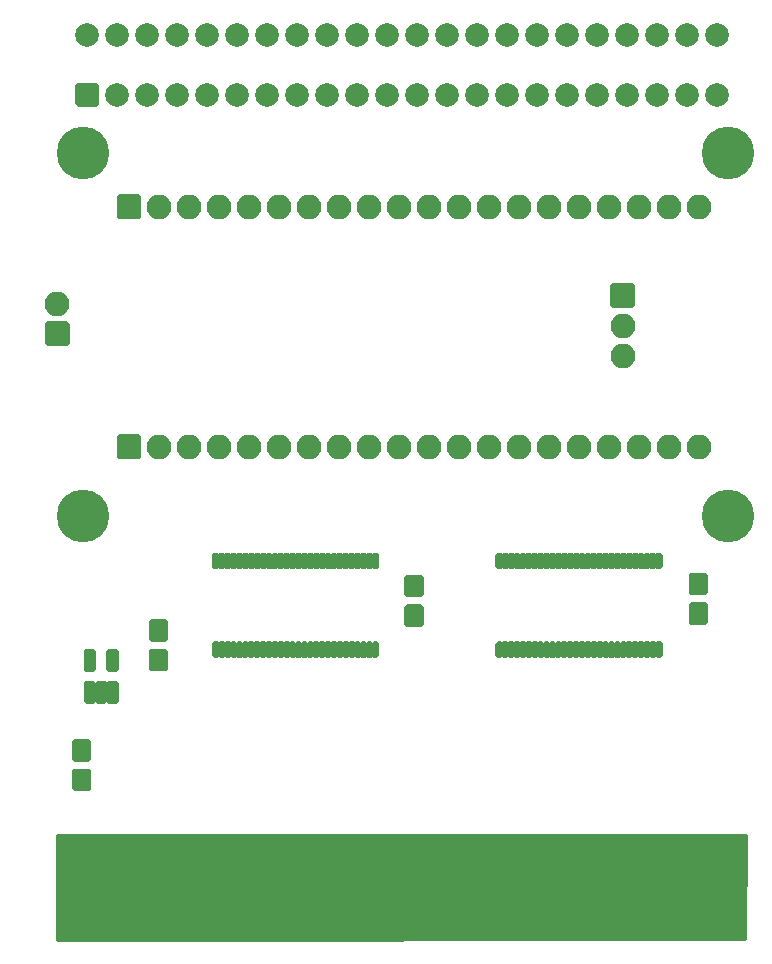
<source format=gbr>
%TF.GenerationSoftware,KiCad,Pcbnew,(5.1.9)-1*%
%TF.CreationDate,2024-11-26T15:48:13-08:00*%
%TF.ProjectId,RADA3K,52414441-334b-42e6-9b69-6361645f7063,rev?*%
%TF.SameCoordinates,Original*%
%TF.FileFunction,Soldermask,Top*%
%TF.FilePolarity,Negative*%
%FSLAX46Y46*%
G04 Gerber Fmt 4.6, Leading zero omitted, Abs format (unit mm)*
G04 Created by KiCad (PCBNEW (5.1.9)-1) date 2024-11-26 15:48:13*
%MOMM*%
%LPD*%
G01*
G04 APERTURE LIST*
%ADD10C,4.464000*%
%ADD11O,2.100000X2.100000*%
%ADD12C,2.000000*%
%ADD13C,0.254000*%
%ADD14C,0.100000*%
G04 APERTURE END LIST*
D10*
%TO.C,GND*%
X59944000Y-136652000D03*
%TD*%
%TO.C,GND*%
X59944000Y-105918000D03*
%TD*%
%TO.C,GND*%
X114554000Y-136652000D03*
%TD*%
%TO.C,J4*%
G36*
G01*
X58847700Y-120333400D02*
X58847700Y-122033400D01*
G75*
G02*
X58647700Y-122233400I-200000J0D01*
G01*
X56947700Y-122233400D01*
G75*
G02*
X56747700Y-122033400I0J200000D01*
G01*
X56747700Y-120333400D01*
G75*
G02*
X56947700Y-120133400I200000J0D01*
G01*
X58647700Y-120133400D01*
G75*
G02*
X58847700Y-120333400I0J-200000D01*
G01*
G37*
D11*
X57797700Y-118643400D03*
%TD*%
%TO.C,C2*%
G36*
G01*
X65732500Y-145374000D02*
X66982500Y-145374000D01*
G75*
G02*
X67182500Y-145574000I0J-200000D01*
G01*
X67182500Y-147074000D01*
G75*
G02*
X66982500Y-147274000I-200000J0D01*
G01*
X65732500Y-147274000D01*
G75*
G02*
X65532500Y-147074000I0J200000D01*
G01*
X65532500Y-145574000D01*
G75*
G02*
X65732500Y-145374000I200000J0D01*
G01*
G37*
G36*
G01*
X65732500Y-147874000D02*
X66982500Y-147874000D01*
G75*
G02*
X67182500Y-148074000I0J-200000D01*
G01*
X67182500Y-149574000D01*
G75*
G02*
X66982500Y-149774000I-200000J0D01*
G01*
X65732500Y-149774000D01*
G75*
G02*
X65532500Y-149574000I0J200000D01*
G01*
X65532500Y-148074000D01*
G75*
G02*
X65732500Y-147874000I200000J0D01*
G01*
G37*
%TD*%
%TO.C,C1*%
G36*
G01*
X60492800Y-159908600D02*
X59242800Y-159908600D01*
G75*
G02*
X59042800Y-159708600I0J200000D01*
G01*
X59042800Y-158208600D01*
G75*
G02*
X59242800Y-158008600I200000J0D01*
G01*
X60492800Y-158008600D01*
G75*
G02*
X60692800Y-158208600I0J-200000D01*
G01*
X60692800Y-159708600D01*
G75*
G02*
X60492800Y-159908600I-200000J0D01*
G01*
G37*
G36*
G01*
X60492800Y-157408600D02*
X59242800Y-157408600D01*
G75*
G02*
X59042800Y-157208600I0J200000D01*
G01*
X59042800Y-155708600D01*
G75*
G02*
X59242800Y-155508600I200000J0D01*
G01*
X60492800Y-155508600D01*
G75*
G02*
X60692800Y-155708600I0J-200000D01*
G01*
X60692800Y-157208600D01*
G75*
G02*
X60492800Y-157408600I-200000J0D01*
G01*
G37*
%TD*%
%TO.C,J1*%
G36*
G01*
X104614000Y-118833000D02*
X104614000Y-117133000D01*
G75*
G02*
X104814000Y-116933000I200000J0D01*
G01*
X106514000Y-116933000D01*
G75*
G02*
X106714000Y-117133000I0J-200000D01*
G01*
X106714000Y-118833000D01*
G75*
G02*
X106514000Y-119033000I-200000J0D01*
G01*
X104814000Y-119033000D01*
G75*
G02*
X104614000Y-118833000I0J200000D01*
G01*
G37*
X105664000Y-120523000D03*
X105664000Y-123063000D03*
%TD*%
%TO.C,J3*%
X112141000Y-110439200D03*
X109601000Y-110439200D03*
X107061000Y-110439200D03*
X104521000Y-110439200D03*
X101981000Y-110439200D03*
X99441000Y-110439200D03*
X96901000Y-110439200D03*
X94361000Y-110439200D03*
X91821000Y-110439200D03*
X89281000Y-110439200D03*
X86741000Y-110439200D03*
X84201000Y-110439200D03*
X81661000Y-110439200D03*
X79121000Y-110439200D03*
X76581000Y-110439200D03*
X74041000Y-110439200D03*
X71501000Y-110439200D03*
X68961000Y-110439200D03*
X66421000Y-110439200D03*
G36*
G01*
X64731000Y-111489200D02*
X63031000Y-111489200D01*
G75*
G02*
X62831000Y-111289200I0J200000D01*
G01*
X62831000Y-109589200D01*
G75*
G02*
X63031000Y-109389200I200000J0D01*
G01*
X64731000Y-109389200D01*
G75*
G02*
X64931000Y-109589200I0J-200000D01*
G01*
X64931000Y-111289200D01*
G75*
G02*
X64731000Y-111489200I-200000J0D01*
G01*
G37*
%TD*%
%TO.C,J2*%
X112141000Y-130759200D03*
X109601000Y-130759200D03*
X107061000Y-130759200D03*
X104521000Y-130759200D03*
X101981000Y-130759200D03*
X99441000Y-130759200D03*
X96901000Y-130759200D03*
X94361000Y-130759200D03*
X91821000Y-130759200D03*
X89281000Y-130759200D03*
X86741000Y-130759200D03*
X84201000Y-130759200D03*
X81661000Y-130759200D03*
X79121000Y-130759200D03*
X76581000Y-130759200D03*
X74041000Y-130759200D03*
X71501000Y-130759200D03*
X68961000Y-130759200D03*
X66421000Y-130759200D03*
G36*
G01*
X64731000Y-131809200D02*
X63031000Y-131809200D01*
G75*
G02*
X62831000Y-131609200I0J200000D01*
G01*
X62831000Y-129909200D01*
G75*
G02*
X63031000Y-129709200I200000J0D01*
G01*
X64731000Y-129709200D01*
G75*
G02*
X64931000Y-129909200I0J-200000D01*
G01*
X64931000Y-131609200D01*
G75*
G02*
X64731000Y-131809200I-200000J0D01*
G01*
G37*
%TD*%
D12*
%TO.C,J5*%
X113690400Y-95872300D03*
X111150400Y-95872300D03*
X108610400Y-95872300D03*
X106070400Y-95872300D03*
X103530400Y-95872300D03*
X100990400Y-95872300D03*
X98450400Y-95872300D03*
X95910400Y-95872300D03*
X93370400Y-95872300D03*
X90830400Y-95872300D03*
X88290400Y-95872300D03*
X85750400Y-95872300D03*
X83210400Y-95872300D03*
X80670400Y-95872300D03*
X78130400Y-95872300D03*
X75590400Y-95872300D03*
X73050400Y-95872300D03*
X70510400Y-95872300D03*
X67970400Y-95872300D03*
X65430400Y-95872300D03*
X62890400Y-95872300D03*
X60350400Y-95872300D03*
X113690400Y-100952300D03*
X111150400Y-100952300D03*
X108610400Y-100952300D03*
X106070400Y-100952300D03*
X103530400Y-100952300D03*
X100990400Y-100952300D03*
X98450400Y-100952300D03*
X95910400Y-100952300D03*
X93370400Y-100952300D03*
X90830400Y-100952300D03*
X88290400Y-100952300D03*
X85750400Y-100952300D03*
X83210400Y-100952300D03*
X80670400Y-100952300D03*
X78130400Y-100952300D03*
X75590400Y-100952300D03*
X73050400Y-100952300D03*
X70510400Y-100952300D03*
X67970400Y-100952300D03*
X65430400Y-100952300D03*
G36*
G01*
X59350400Y-101752300D02*
X59350400Y-100152300D01*
G75*
G02*
X59550400Y-99952300I200000J0D01*
G01*
X61150400Y-99952300D01*
G75*
G02*
X61350400Y-100152300I0J-200000D01*
G01*
X61350400Y-101752300D01*
G75*
G02*
X61150400Y-101952300I-200000J0D01*
G01*
X59550400Y-101952300D01*
G75*
G02*
X59350400Y-101752300I0J200000D01*
G01*
G37*
X62890400Y-100952300D03*
%TD*%
%TO.C,C4*%
G36*
G01*
X112702500Y-145837000D02*
X111452500Y-145837000D01*
G75*
G02*
X111252500Y-145637000I0J200000D01*
G01*
X111252500Y-144137000D01*
G75*
G02*
X111452500Y-143937000I200000J0D01*
G01*
X112702500Y-143937000D01*
G75*
G02*
X112902500Y-144137000I0J-200000D01*
G01*
X112902500Y-145637000D01*
G75*
G02*
X112702500Y-145837000I-200000J0D01*
G01*
G37*
G36*
G01*
X112702500Y-143337000D02*
X111452500Y-143337000D01*
G75*
G02*
X111252500Y-143137000I0J200000D01*
G01*
X111252500Y-141637000D01*
G75*
G02*
X111452500Y-141437000I200000J0D01*
G01*
X112702500Y-141437000D01*
G75*
G02*
X112902500Y-141637000I0J-200000D01*
G01*
X112902500Y-143137000D01*
G75*
G02*
X112702500Y-143337000I-200000J0D01*
G01*
G37*
%TD*%
%TO.C,C3*%
G36*
G01*
X88636000Y-146002100D02*
X87386000Y-146002100D01*
G75*
G02*
X87186000Y-145802100I0J200000D01*
G01*
X87186000Y-144302100D01*
G75*
G02*
X87386000Y-144102100I200000J0D01*
G01*
X88636000Y-144102100D01*
G75*
G02*
X88836000Y-144302100I0J-200000D01*
G01*
X88836000Y-145802100D01*
G75*
G02*
X88636000Y-146002100I-200000J0D01*
G01*
G37*
G36*
G01*
X88636000Y-143502100D02*
X87386000Y-143502100D01*
G75*
G02*
X87186000Y-143302100I0J200000D01*
G01*
X87186000Y-141802100D01*
G75*
G02*
X87386000Y-141602100I200000J0D01*
G01*
X88636000Y-141602100D01*
G75*
G02*
X88836000Y-141802100I0J-200000D01*
G01*
X88836000Y-143302100D01*
G75*
G02*
X88636000Y-143502100I-200000J0D01*
G01*
G37*
%TD*%
D10*
%TO.C,GND*%
X114554000Y-105918000D03*
%TD*%
%TO.C,U1*%
G36*
G01*
X60893800Y-152532900D02*
X60243800Y-152532900D01*
G75*
G02*
X60043800Y-152332900I0J200000D01*
G01*
X60043800Y-150772900D01*
G75*
G02*
X60243800Y-150572900I200000J0D01*
G01*
X60893800Y-150572900D01*
G75*
G02*
X61093800Y-150772900I0J-200000D01*
G01*
X61093800Y-152332900D01*
G75*
G02*
X60893800Y-152532900I-200000J0D01*
G01*
G37*
G36*
G01*
X61843800Y-152532900D02*
X61193800Y-152532900D01*
G75*
G02*
X60993800Y-152332900I0J200000D01*
G01*
X60993800Y-150772900D01*
G75*
G02*
X61193800Y-150572900I200000J0D01*
G01*
X61843800Y-150572900D01*
G75*
G02*
X62043800Y-150772900I0J-200000D01*
G01*
X62043800Y-152332900D01*
G75*
G02*
X61843800Y-152532900I-200000J0D01*
G01*
G37*
G36*
G01*
X62793800Y-152532900D02*
X62143800Y-152532900D01*
G75*
G02*
X61943800Y-152332900I0J200000D01*
G01*
X61943800Y-150772900D01*
G75*
G02*
X62143800Y-150572900I200000J0D01*
G01*
X62793800Y-150572900D01*
G75*
G02*
X62993800Y-150772900I0J-200000D01*
G01*
X62993800Y-152332900D01*
G75*
G02*
X62793800Y-152532900I-200000J0D01*
G01*
G37*
G36*
G01*
X62793800Y-149832900D02*
X62143800Y-149832900D01*
G75*
G02*
X61943800Y-149632900I0J200000D01*
G01*
X61943800Y-148072900D01*
G75*
G02*
X62143800Y-147872900I200000J0D01*
G01*
X62793800Y-147872900D01*
G75*
G02*
X62993800Y-148072900I0J-200000D01*
G01*
X62993800Y-149632900D01*
G75*
G02*
X62793800Y-149832900I-200000J0D01*
G01*
G37*
G36*
G01*
X60893800Y-149832900D02*
X60243800Y-149832900D01*
G75*
G02*
X60043800Y-149632900I0J200000D01*
G01*
X60043800Y-148072900D01*
G75*
G02*
X60243800Y-147872900I200000J0D01*
G01*
X60893800Y-147872900D01*
G75*
G02*
X61093800Y-148072900I0J-200000D01*
G01*
X61093800Y-149632900D01*
G75*
G02*
X60893800Y-149832900I-200000J0D01*
G01*
G37*
%TD*%
%TO.C,U2*%
G36*
G01*
X71378901Y-141133100D02*
X71093899Y-141133100D01*
G75*
G02*
X70893900Y-140933101I0J199999D01*
G01*
X70893900Y-139933099D01*
G75*
G02*
X71093899Y-139733100I199999J0D01*
G01*
X71378901Y-139733100D01*
G75*
G02*
X71578900Y-139933099I0J-199999D01*
G01*
X71578900Y-140933101D01*
G75*
G02*
X71378901Y-141133100I-199999J0D01*
G01*
G37*
G36*
G01*
X71878901Y-141133100D02*
X71593899Y-141133100D01*
G75*
G02*
X71393900Y-140933101I0J199999D01*
G01*
X71393900Y-139933099D01*
G75*
G02*
X71593899Y-139733100I199999J0D01*
G01*
X71878901Y-139733100D01*
G75*
G02*
X72078900Y-139933099I0J-199999D01*
G01*
X72078900Y-140933101D01*
G75*
G02*
X71878901Y-141133100I-199999J0D01*
G01*
G37*
G36*
G01*
X72378901Y-141133100D02*
X72093899Y-141133100D01*
G75*
G02*
X71893900Y-140933101I0J199999D01*
G01*
X71893900Y-139933099D01*
G75*
G02*
X72093899Y-139733100I199999J0D01*
G01*
X72378901Y-139733100D01*
G75*
G02*
X72578900Y-139933099I0J-199999D01*
G01*
X72578900Y-140933101D01*
G75*
G02*
X72378901Y-141133100I-199999J0D01*
G01*
G37*
G36*
G01*
X72878901Y-141133100D02*
X72593899Y-141133100D01*
G75*
G02*
X72393900Y-140933101I0J199999D01*
G01*
X72393900Y-139933099D01*
G75*
G02*
X72593899Y-139733100I199999J0D01*
G01*
X72878901Y-139733100D01*
G75*
G02*
X73078900Y-139933099I0J-199999D01*
G01*
X73078900Y-140933101D01*
G75*
G02*
X72878901Y-141133100I-199999J0D01*
G01*
G37*
G36*
G01*
X73378901Y-141133100D02*
X73093899Y-141133100D01*
G75*
G02*
X72893900Y-140933101I0J199999D01*
G01*
X72893900Y-139933099D01*
G75*
G02*
X73093899Y-139733100I199999J0D01*
G01*
X73378901Y-139733100D01*
G75*
G02*
X73578900Y-139933099I0J-199999D01*
G01*
X73578900Y-140933101D01*
G75*
G02*
X73378901Y-141133100I-199999J0D01*
G01*
G37*
G36*
G01*
X73878901Y-141133100D02*
X73593899Y-141133100D01*
G75*
G02*
X73393900Y-140933101I0J199999D01*
G01*
X73393900Y-139933099D01*
G75*
G02*
X73593899Y-139733100I199999J0D01*
G01*
X73878901Y-139733100D01*
G75*
G02*
X74078900Y-139933099I0J-199999D01*
G01*
X74078900Y-140933101D01*
G75*
G02*
X73878901Y-141133100I-199999J0D01*
G01*
G37*
G36*
G01*
X74378901Y-141133100D02*
X74093899Y-141133100D01*
G75*
G02*
X73893900Y-140933101I0J199999D01*
G01*
X73893900Y-139933099D01*
G75*
G02*
X74093899Y-139733100I199999J0D01*
G01*
X74378901Y-139733100D01*
G75*
G02*
X74578900Y-139933099I0J-199999D01*
G01*
X74578900Y-140933101D01*
G75*
G02*
X74378901Y-141133100I-199999J0D01*
G01*
G37*
G36*
G01*
X74878901Y-141133100D02*
X74593899Y-141133100D01*
G75*
G02*
X74393900Y-140933101I0J199999D01*
G01*
X74393900Y-139933099D01*
G75*
G02*
X74593899Y-139733100I199999J0D01*
G01*
X74878901Y-139733100D01*
G75*
G02*
X75078900Y-139933099I0J-199999D01*
G01*
X75078900Y-140933101D01*
G75*
G02*
X74878901Y-141133100I-199999J0D01*
G01*
G37*
G36*
G01*
X75378901Y-141133100D02*
X75093899Y-141133100D01*
G75*
G02*
X74893900Y-140933101I0J199999D01*
G01*
X74893900Y-139933099D01*
G75*
G02*
X75093899Y-139733100I199999J0D01*
G01*
X75378901Y-139733100D01*
G75*
G02*
X75578900Y-139933099I0J-199999D01*
G01*
X75578900Y-140933101D01*
G75*
G02*
X75378901Y-141133100I-199999J0D01*
G01*
G37*
G36*
G01*
X75878901Y-141133100D02*
X75593899Y-141133100D01*
G75*
G02*
X75393900Y-140933101I0J199999D01*
G01*
X75393900Y-139933099D01*
G75*
G02*
X75593899Y-139733100I199999J0D01*
G01*
X75878901Y-139733100D01*
G75*
G02*
X76078900Y-139933099I0J-199999D01*
G01*
X76078900Y-140933101D01*
G75*
G02*
X75878901Y-141133100I-199999J0D01*
G01*
G37*
G36*
G01*
X76378901Y-141133100D02*
X76093899Y-141133100D01*
G75*
G02*
X75893900Y-140933101I0J199999D01*
G01*
X75893900Y-139933099D01*
G75*
G02*
X76093899Y-139733100I199999J0D01*
G01*
X76378901Y-139733100D01*
G75*
G02*
X76578900Y-139933099I0J-199999D01*
G01*
X76578900Y-140933101D01*
G75*
G02*
X76378901Y-141133100I-199999J0D01*
G01*
G37*
G36*
G01*
X76878901Y-141133100D02*
X76593899Y-141133100D01*
G75*
G02*
X76393900Y-140933101I0J199999D01*
G01*
X76393900Y-139933099D01*
G75*
G02*
X76593899Y-139733100I199999J0D01*
G01*
X76878901Y-139733100D01*
G75*
G02*
X77078900Y-139933099I0J-199999D01*
G01*
X77078900Y-140933101D01*
G75*
G02*
X76878901Y-141133100I-199999J0D01*
G01*
G37*
G36*
G01*
X77378901Y-141133100D02*
X77093899Y-141133100D01*
G75*
G02*
X76893900Y-140933101I0J199999D01*
G01*
X76893900Y-139933099D01*
G75*
G02*
X77093899Y-139733100I199999J0D01*
G01*
X77378901Y-139733100D01*
G75*
G02*
X77578900Y-139933099I0J-199999D01*
G01*
X77578900Y-140933101D01*
G75*
G02*
X77378901Y-141133100I-199999J0D01*
G01*
G37*
G36*
G01*
X77878901Y-141133100D02*
X77593899Y-141133100D01*
G75*
G02*
X77393900Y-140933101I0J199999D01*
G01*
X77393900Y-139933099D01*
G75*
G02*
X77593899Y-139733100I199999J0D01*
G01*
X77878901Y-139733100D01*
G75*
G02*
X78078900Y-139933099I0J-199999D01*
G01*
X78078900Y-140933101D01*
G75*
G02*
X77878901Y-141133100I-199999J0D01*
G01*
G37*
G36*
G01*
X78378901Y-141133100D02*
X78093899Y-141133100D01*
G75*
G02*
X77893900Y-140933101I0J199999D01*
G01*
X77893900Y-139933099D01*
G75*
G02*
X78093899Y-139733100I199999J0D01*
G01*
X78378901Y-139733100D01*
G75*
G02*
X78578900Y-139933099I0J-199999D01*
G01*
X78578900Y-140933101D01*
G75*
G02*
X78378901Y-141133100I-199999J0D01*
G01*
G37*
G36*
G01*
X78878901Y-141133100D02*
X78593899Y-141133100D01*
G75*
G02*
X78393900Y-140933101I0J199999D01*
G01*
X78393900Y-139933099D01*
G75*
G02*
X78593899Y-139733100I199999J0D01*
G01*
X78878901Y-139733100D01*
G75*
G02*
X79078900Y-139933099I0J-199999D01*
G01*
X79078900Y-140933101D01*
G75*
G02*
X78878901Y-141133100I-199999J0D01*
G01*
G37*
G36*
G01*
X79378901Y-141133100D02*
X79093899Y-141133100D01*
G75*
G02*
X78893900Y-140933101I0J199999D01*
G01*
X78893900Y-139933099D01*
G75*
G02*
X79093899Y-139733100I199999J0D01*
G01*
X79378901Y-139733100D01*
G75*
G02*
X79578900Y-139933099I0J-199999D01*
G01*
X79578900Y-140933101D01*
G75*
G02*
X79378901Y-141133100I-199999J0D01*
G01*
G37*
G36*
G01*
X79878901Y-141133100D02*
X79593899Y-141133100D01*
G75*
G02*
X79393900Y-140933101I0J199999D01*
G01*
X79393900Y-139933099D01*
G75*
G02*
X79593899Y-139733100I199999J0D01*
G01*
X79878901Y-139733100D01*
G75*
G02*
X80078900Y-139933099I0J-199999D01*
G01*
X80078900Y-140933101D01*
G75*
G02*
X79878901Y-141133100I-199999J0D01*
G01*
G37*
G36*
G01*
X80378901Y-141133100D02*
X80093899Y-141133100D01*
G75*
G02*
X79893900Y-140933101I0J199999D01*
G01*
X79893900Y-139933099D01*
G75*
G02*
X80093899Y-139733100I199999J0D01*
G01*
X80378901Y-139733100D01*
G75*
G02*
X80578900Y-139933099I0J-199999D01*
G01*
X80578900Y-140933101D01*
G75*
G02*
X80378901Y-141133100I-199999J0D01*
G01*
G37*
G36*
G01*
X80878901Y-141133100D02*
X80593899Y-141133100D01*
G75*
G02*
X80393900Y-140933101I0J199999D01*
G01*
X80393900Y-139933099D01*
G75*
G02*
X80593899Y-139733100I199999J0D01*
G01*
X80878901Y-139733100D01*
G75*
G02*
X81078900Y-139933099I0J-199999D01*
G01*
X81078900Y-140933101D01*
G75*
G02*
X80878901Y-141133100I-199999J0D01*
G01*
G37*
G36*
G01*
X81378901Y-141133100D02*
X81093899Y-141133100D01*
G75*
G02*
X80893900Y-140933101I0J199999D01*
G01*
X80893900Y-139933099D01*
G75*
G02*
X81093899Y-139733100I199999J0D01*
G01*
X81378901Y-139733100D01*
G75*
G02*
X81578900Y-139933099I0J-199999D01*
G01*
X81578900Y-140933101D01*
G75*
G02*
X81378901Y-141133100I-199999J0D01*
G01*
G37*
G36*
G01*
X81878901Y-141133100D02*
X81593899Y-141133100D01*
G75*
G02*
X81393900Y-140933101I0J199999D01*
G01*
X81393900Y-139933099D01*
G75*
G02*
X81593899Y-139733100I199999J0D01*
G01*
X81878901Y-139733100D01*
G75*
G02*
X82078900Y-139933099I0J-199999D01*
G01*
X82078900Y-140933101D01*
G75*
G02*
X81878901Y-141133100I-199999J0D01*
G01*
G37*
G36*
G01*
X82378901Y-141133100D02*
X82093899Y-141133100D01*
G75*
G02*
X81893900Y-140933101I0J199999D01*
G01*
X81893900Y-139933099D01*
G75*
G02*
X82093899Y-139733100I199999J0D01*
G01*
X82378901Y-139733100D01*
G75*
G02*
X82578900Y-139933099I0J-199999D01*
G01*
X82578900Y-140933101D01*
G75*
G02*
X82378901Y-141133100I-199999J0D01*
G01*
G37*
G36*
G01*
X82878901Y-141133100D02*
X82593899Y-141133100D01*
G75*
G02*
X82393900Y-140933101I0J199999D01*
G01*
X82393900Y-139933099D01*
G75*
G02*
X82593899Y-139733100I199999J0D01*
G01*
X82878901Y-139733100D01*
G75*
G02*
X83078900Y-139933099I0J-199999D01*
G01*
X83078900Y-140933101D01*
G75*
G02*
X82878901Y-141133100I-199999J0D01*
G01*
G37*
G36*
G01*
X83378901Y-141133100D02*
X83093899Y-141133100D01*
G75*
G02*
X82893900Y-140933101I0J199999D01*
G01*
X82893900Y-139933099D01*
G75*
G02*
X83093899Y-139733100I199999J0D01*
G01*
X83378901Y-139733100D01*
G75*
G02*
X83578900Y-139933099I0J-199999D01*
G01*
X83578900Y-140933101D01*
G75*
G02*
X83378901Y-141133100I-199999J0D01*
G01*
G37*
G36*
G01*
X83878901Y-141133100D02*
X83593899Y-141133100D01*
G75*
G02*
X83393900Y-140933101I0J199999D01*
G01*
X83393900Y-139933099D01*
G75*
G02*
X83593899Y-139733100I199999J0D01*
G01*
X83878901Y-139733100D01*
G75*
G02*
X84078900Y-139933099I0J-199999D01*
G01*
X84078900Y-140933101D01*
G75*
G02*
X83878901Y-141133100I-199999J0D01*
G01*
G37*
G36*
G01*
X84378901Y-141133100D02*
X84093899Y-141133100D01*
G75*
G02*
X83893900Y-140933101I0J199999D01*
G01*
X83893900Y-139933099D01*
G75*
G02*
X84093899Y-139733100I199999J0D01*
G01*
X84378901Y-139733100D01*
G75*
G02*
X84578900Y-139933099I0J-199999D01*
G01*
X84578900Y-140933101D01*
G75*
G02*
X84378901Y-141133100I-199999J0D01*
G01*
G37*
G36*
G01*
X84878901Y-141133100D02*
X84593899Y-141133100D01*
G75*
G02*
X84393900Y-140933101I0J199999D01*
G01*
X84393900Y-139933099D01*
G75*
G02*
X84593899Y-139733100I199999J0D01*
G01*
X84878901Y-139733100D01*
G75*
G02*
X85078900Y-139933099I0J-199999D01*
G01*
X85078900Y-140933101D01*
G75*
G02*
X84878901Y-141133100I-199999J0D01*
G01*
G37*
G36*
G01*
X84878901Y-148633100D02*
X84593899Y-148633100D01*
G75*
G02*
X84393900Y-148433101I0J199999D01*
G01*
X84393900Y-147433099D01*
G75*
G02*
X84593899Y-147233100I199999J0D01*
G01*
X84878901Y-147233100D01*
G75*
G02*
X85078900Y-147433099I0J-199999D01*
G01*
X85078900Y-148433101D01*
G75*
G02*
X84878901Y-148633100I-199999J0D01*
G01*
G37*
G36*
G01*
X84378901Y-148633100D02*
X84093899Y-148633100D01*
G75*
G02*
X83893900Y-148433101I0J199999D01*
G01*
X83893900Y-147433099D01*
G75*
G02*
X84093899Y-147233100I199999J0D01*
G01*
X84378901Y-147233100D01*
G75*
G02*
X84578900Y-147433099I0J-199999D01*
G01*
X84578900Y-148433101D01*
G75*
G02*
X84378901Y-148633100I-199999J0D01*
G01*
G37*
G36*
G01*
X83878901Y-148633100D02*
X83593899Y-148633100D01*
G75*
G02*
X83393900Y-148433101I0J199999D01*
G01*
X83393900Y-147433099D01*
G75*
G02*
X83593899Y-147233100I199999J0D01*
G01*
X83878901Y-147233100D01*
G75*
G02*
X84078900Y-147433099I0J-199999D01*
G01*
X84078900Y-148433101D01*
G75*
G02*
X83878901Y-148633100I-199999J0D01*
G01*
G37*
G36*
G01*
X83378901Y-148633100D02*
X83093899Y-148633100D01*
G75*
G02*
X82893900Y-148433101I0J199999D01*
G01*
X82893900Y-147433099D01*
G75*
G02*
X83093899Y-147233100I199999J0D01*
G01*
X83378901Y-147233100D01*
G75*
G02*
X83578900Y-147433099I0J-199999D01*
G01*
X83578900Y-148433101D01*
G75*
G02*
X83378901Y-148633100I-199999J0D01*
G01*
G37*
G36*
G01*
X82878901Y-148633100D02*
X82593899Y-148633100D01*
G75*
G02*
X82393900Y-148433101I0J199999D01*
G01*
X82393900Y-147433099D01*
G75*
G02*
X82593899Y-147233100I199999J0D01*
G01*
X82878901Y-147233100D01*
G75*
G02*
X83078900Y-147433099I0J-199999D01*
G01*
X83078900Y-148433101D01*
G75*
G02*
X82878901Y-148633100I-199999J0D01*
G01*
G37*
G36*
G01*
X82378901Y-148633100D02*
X82093899Y-148633100D01*
G75*
G02*
X81893900Y-148433101I0J199999D01*
G01*
X81893900Y-147433099D01*
G75*
G02*
X82093899Y-147233100I199999J0D01*
G01*
X82378901Y-147233100D01*
G75*
G02*
X82578900Y-147433099I0J-199999D01*
G01*
X82578900Y-148433101D01*
G75*
G02*
X82378901Y-148633100I-199999J0D01*
G01*
G37*
G36*
G01*
X81878901Y-148633100D02*
X81593899Y-148633100D01*
G75*
G02*
X81393900Y-148433101I0J199999D01*
G01*
X81393900Y-147433099D01*
G75*
G02*
X81593899Y-147233100I199999J0D01*
G01*
X81878901Y-147233100D01*
G75*
G02*
X82078900Y-147433099I0J-199999D01*
G01*
X82078900Y-148433101D01*
G75*
G02*
X81878901Y-148633100I-199999J0D01*
G01*
G37*
G36*
G01*
X81378901Y-148633100D02*
X81093899Y-148633100D01*
G75*
G02*
X80893900Y-148433101I0J199999D01*
G01*
X80893900Y-147433099D01*
G75*
G02*
X81093899Y-147233100I199999J0D01*
G01*
X81378901Y-147233100D01*
G75*
G02*
X81578900Y-147433099I0J-199999D01*
G01*
X81578900Y-148433101D01*
G75*
G02*
X81378901Y-148633100I-199999J0D01*
G01*
G37*
G36*
G01*
X80878901Y-148633100D02*
X80593899Y-148633100D01*
G75*
G02*
X80393900Y-148433101I0J199999D01*
G01*
X80393900Y-147433099D01*
G75*
G02*
X80593899Y-147233100I199999J0D01*
G01*
X80878901Y-147233100D01*
G75*
G02*
X81078900Y-147433099I0J-199999D01*
G01*
X81078900Y-148433101D01*
G75*
G02*
X80878901Y-148633100I-199999J0D01*
G01*
G37*
G36*
G01*
X80378901Y-148633100D02*
X80093899Y-148633100D01*
G75*
G02*
X79893900Y-148433101I0J199999D01*
G01*
X79893900Y-147433099D01*
G75*
G02*
X80093899Y-147233100I199999J0D01*
G01*
X80378901Y-147233100D01*
G75*
G02*
X80578900Y-147433099I0J-199999D01*
G01*
X80578900Y-148433101D01*
G75*
G02*
X80378901Y-148633100I-199999J0D01*
G01*
G37*
G36*
G01*
X79878901Y-148633100D02*
X79593899Y-148633100D01*
G75*
G02*
X79393900Y-148433101I0J199999D01*
G01*
X79393900Y-147433099D01*
G75*
G02*
X79593899Y-147233100I199999J0D01*
G01*
X79878901Y-147233100D01*
G75*
G02*
X80078900Y-147433099I0J-199999D01*
G01*
X80078900Y-148433101D01*
G75*
G02*
X79878901Y-148633100I-199999J0D01*
G01*
G37*
G36*
G01*
X79378901Y-148633100D02*
X79093899Y-148633100D01*
G75*
G02*
X78893900Y-148433101I0J199999D01*
G01*
X78893900Y-147433099D01*
G75*
G02*
X79093899Y-147233100I199999J0D01*
G01*
X79378901Y-147233100D01*
G75*
G02*
X79578900Y-147433099I0J-199999D01*
G01*
X79578900Y-148433101D01*
G75*
G02*
X79378901Y-148633100I-199999J0D01*
G01*
G37*
G36*
G01*
X78878901Y-148633100D02*
X78593899Y-148633100D01*
G75*
G02*
X78393900Y-148433101I0J199999D01*
G01*
X78393900Y-147433099D01*
G75*
G02*
X78593899Y-147233100I199999J0D01*
G01*
X78878901Y-147233100D01*
G75*
G02*
X79078900Y-147433099I0J-199999D01*
G01*
X79078900Y-148433101D01*
G75*
G02*
X78878901Y-148633100I-199999J0D01*
G01*
G37*
G36*
G01*
X78378901Y-148633100D02*
X78093899Y-148633100D01*
G75*
G02*
X77893900Y-148433101I0J199999D01*
G01*
X77893900Y-147433099D01*
G75*
G02*
X78093899Y-147233100I199999J0D01*
G01*
X78378901Y-147233100D01*
G75*
G02*
X78578900Y-147433099I0J-199999D01*
G01*
X78578900Y-148433101D01*
G75*
G02*
X78378901Y-148633100I-199999J0D01*
G01*
G37*
G36*
G01*
X77878901Y-148633100D02*
X77593899Y-148633100D01*
G75*
G02*
X77393900Y-148433101I0J199999D01*
G01*
X77393900Y-147433099D01*
G75*
G02*
X77593899Y-147233100I199999J0D01*
G01*
X77878901Y-147233100D01*
G75*
G02*
X78078900Y-147433099I0J-199999D01*
G01*
X78078900Y-148433101D01*
G75*
G02*
X77878901Y-148633100I-199999J0D01*
G01*
G37*
G36*
G01*
X77378901Y-148633100D02*
X77093899Y-148633100D01*
G75*
G02*
X76893900Y-148433101I0J199999D01*
G01*
X76893900Y-147433099D01*
G75*
G02*
X77093899Y-147233100I199999J0D01*
G01*
X77378901Y-147233100D01*
G75*
G02*
X77578900Y-147433099I0J-199999D01*
G01*
X77578900Y-148433101D01*
G75*
G02*
X77378901Y-148633100I-199999J0D01*
G01*
G37*
G36*
G01*
X76878901Y-148633100D02*
X76593899Y-148633100D01*
G75*
G02*
X76393900Y-148433101I0J199999D01*
G01*
X76393900Y-147433099D01*
G75*
G02*
X76593899Y-147233100I199999J0D01*
G01*
X76878901Y-147233100D01*
G75*
G02*
X77078900Y-147433099I0J-199999D01*
G01*
X77078900Y-148433101D01*
G75*
G02*
X76878901Y-148633100I-199999J0D01*
G01*
G37*
G36*
G01*
X76378901Y-148633100D02*
X76093899Y-148633100D01*
G75*
G02*
X75893900Y-148433101I0J199999D01*
G01*
X75893900Y-147433099D01*
G75*
G02*
X76093899Y-147233100I199999J0D01*
G01*
X76378901Y-147233100D01*
G75*
G02*
X76578900Y-147433099I0J-199999D01*
G01*
X76578900Y-148433101D01*
G75*
G02*
X76378901Y-148633100I-199999J0D01*
G01*
G37*
G36*
G01*
X75878901Y-148633100D02*
X75593899Y-148633100D01*
G75*
G02*
X75393900Y-148433101I0J199999D01*
G01*
X75393900Y-147433099D01*
G75*
G02*
X75593899Y-147233100I199999J0D01*
G01*
X75878901Y-147233100D01*
G75*
G02*
X76078900Y-147433099I0J-199999D01*
G01*
X76078900Y-148433101D01*
G75*
G02*
X75878901Y-148633100I-199999J0D01*
G01*
G37*
G36*
G01*
X75378901Y-148633100D02*
X75093899Y-148633100D01*
G75*
G02*
X74893900Y-148433101I0J199999D01*
G01*
X74893900Y-147433099D01*
G75*
G02*
X75093899Y-147233100I199999J0D01*
G01*
X75378901Y-147233100D01*
G75*
G02*
X75578900Y-147433099I0J-199999D01*
G01*
X75578900Y-148433101D01*
G75*
G02*
X75378901Y-148633100I-199999J0D01*
G01*
G37*
G36*
G01*
X74878901Y-148633100D02*
X74593899Y-148633100D01*
G75*
G02*
X74393900Y-148433101I0J199999D01*
G01*
X74393900Y-147433099D01*
G75*
G02*
X74593899Y-147233100I199999J0D01*
G01*
X74878901Y-147233100D01*
G75*
G02*
X75078900Y-147433099I0J-199999D01*
G01*
X75078900Y-148433101D01*
G75*
G02*
X74878901Y-148633100I-199999J0D01*
G01*
G37*
G36*
G01*
X74378901Y-148633100D02*
X74093899Y-148633100D01*
G75*
G02*
X73893900Y-148433101I0J199999D01*
G01*
X73893900Y-147433099D01*
G75*
G02*
X74093899Y-147233100I199999J0D01*
G01*
X74378901Y-147233100D01*
G75*
G02*
X74578900Y-147433099I0J-199999D01*
G01*
X74578900Y-148433101D01*
G75*
G02*
X74378901Y-148633100I-199999J0D01*
G01*
G37*
G36*
G01*
X73878901Y-148633100D02*
X73593899Y-148633100D01*
G75*
G02*
X73393900Y-148433101I0J199999D01*
G01*
X73393900Y-147433099D01*
G75*
G02*
X73593899Y-147233100I199999J0D01*
G01*
X73878901Y-147233100D01*
G75*
G02*
X74078900Y-147433099I0J-199999D01*
G01*
X74078900Y-148433101D01*
G75*
G02*
X73878901Y-148633100I-199999J0D01*
G01*
G37*
G36*
G01*
X73378901Y-148633100D02*
X73093899Y-148633100D01*
G75*
G02*
X72893900Y-148433101I0J199999D01*
G01*
X72893900Y-147433099D01*
G75*
G02*
X73093899Y-147233100I199999J0D01*
G01*
X73378901Y-147233100D01*
G75*
G02*
X73578900Y-147433099I0J-199999D01*
G01*
X73578900Y-148433101D01*
G75*
G02*
X73378901Y-148633100I-199999J0D01*
G01*
G37*
G36*
G01*
X72878901Y-148633100D02*
X72593899Y-148633100D01*
G75*
G02*
X72393900Y-148433101I0J199999D01*
G01*
X72393900Y-147433099D01*
G75*
G02*
X72593899Y-147233100I199999J0D01*
G01*
X72878901Y-147233100D01*
G75*
G02*
X73078900Y-147433099I0J-199999D01*
G01*
X73078900Y-148433101D01*
G75*
G02*
X72878901Y-148633100I-199999J0D01*
G01*
G37*
G36*
G01*
X72378901Y-148633100D02*
X72093899Y-148633100D01*
G75*
G02*
X71893900Y-148433101I0J199999D01*
G01*
X71893900Y-147433099D01*
G75*
G02*
X72093899Y-147233100I199999J0D01*
G01*
X72378901Y-147233100D01*
G75*
G02*
X72578900Y-147433099I0J-199999D01*
G01*
X72578900Y-148433101D01*
G75*
G02*
X72378901Y-148633100I-199999J0D01*
G01*
G37*
G36*
G01*
X71878901Y-148633100D02*
X71593899Y-148633100D01*
G75*
G02*
X71393900Y-148433101I0J199999D01*
G01*
X71393900Y-147433099D01*
G75*
G02*
X71593899Y-147233100I199999J0D01*
G01*
X71878901Y-147233100D01*
G75*
G02*
X72078900Y-147433099I0J-199999D01*
G01*
X72078900Y-148433101D01*
G75*
G02*
X71878901Y-148633100I-199999J0D01*
G01*
G37*
G36*
G01*
X71378901Y-148633100D02*
X71093899Y-148633100D01*
G75*
G02*
X70893900Y-148433101I0J199999D01*
G01*
X70893900Y-147433099D01*
G75*
G02*
X71093899Y-147233100I199999J0D01*
G01*
X71378901Y-147233100D01*
G75*
G02*
X71578900Y-147433099I0J-199999D01*
G01*
X71578900Y-148433101D01*
G75*
G02*
X71378901Y-148633100I-199999J0D01*
G01*
G37*
%TD*%
%TO.C,U3*%
G36*
G01*
X95378901Y-141133100D02*
X95093899Y-141133100D01*
G75*
G02*
X94893900Y-140933101I0J199999D01*
G01*
X94893900Y-139933099D01*
G75*
G02*
X95093899Y-139733100I199999J0D01*
G01*
X95378901Y-139733100D01*
G75*
G02*
X95578900Y-139933099I0J-199999D01*
G01*
X95578900Y-140933101D01*
G75*
G02*
X95378901Y-141133100I-199999J0D01*
G01*
G37*
G36*
G01*
X95878901Y-141133100D02*
X95593899Y-141133100D01*
G75*
G02*
X95393900Y-140933101I0J199999D01*
G01*
X95393900Y-139933099D01*
G75*
G02*
X95593899Y-139733100I199999J0D01*
G01*
X95878901Y-139733100D01*
G75*
G02*
X96078900Y-139933099I0J-199999D01*
G01*
X96078900Y-140933101D01*
G75*
G02*
X95878901Y-141133100I-199999J0D01*
G01*
G37*
G36*
G01*
X96378901Y-141133100D02*
X96093899Y-141133100D01*
G75*
G02*
X95893900Y-140933101I0J199999D01*
G01*
X95893900Y-139933099D01*
G75*
G02*
X96093899Y-139733100I199999J0D01*
G01*
X96378901Y-139733100D01*
G75*
G02*
X96578900Y-139933099I0J-199999D01*
G01*
X96578900Y-140933101D01*
G75*
G02*
X96378901Y-141133100I-199999J0D01*
G01*
G37*
G36*
G01*
X96878901Y-141133100D02*
X96593899Y-141133100D01*
G75*
G02*
X96393900Y-140933101I0J199999D01*
G01*
X96393900Y-139933099D01*
G75*
G02*
X96593899Y-139733100I199999J0D01*
G01*
X96878901Y-139733100D01*
G75*
G02*
X97078900Y-139933099I0J-199999D01*
G01*
X97078900Y-140933101D01*
G75*
G02*
X96878901Y-141133100I-199999J0D01*
G01*
G37*
G36*
G01*
X97378901Y-141133100D02*
X97093899Y-141133100D01*
G75*
G02*
X96893900Y-140933101I0J199999D01*
G01*
X96893900Y-139933099D01*
G75*
G02*
X97093899Y-139733100I199999J0D01*
G01*
X97378901Y-139733100D01*
G75*
G02*
X97578900Y-139933099I0J-199999D01*
G01*
X97578900Y-140933101D01*
G75*
G02*
X97378901Y-141133100I-199999J0D01*
G01*
G37*
G36*
G01*
X97878901Y-141133100D02*
X97593899Y-141133100D01*
G75*
G02*
X97393900Y-140933101I0J199999D01*
G01*
X97393900Y-139933099D01*
G75*
G02*
X97593899Y-139733100I199999J0D01*
G01*
X97878901Y-139733100D01*
G75*
G02*
X98078900Y-139933099I0J-199999D01*
G01*
X98078900Y-140933101D01*
G75*
G02*
X97878901Y-141133100I-199999J0D01*
G01*
G37*
G36*
G01*
X98378901Y-141133100D02*
X98093899Y-141133100D01*
G75*
G02*
X97893900Y-140933101I0J199999D01*
G01*
X97893900Y-139933099D01*
G75*
G02*
X98093899Y-139733100I199999J0D01*
G01*
X98378901Y-139733100D01*
G75*
G02*
X98578900Y-139933099I0J-199999D01*
G01*
X98578900Y-140933101D01*
G75*
G02*
X98378901Y-141133100I-199999J0D01*
G01*
G37*
G36*
G01*
X98878901Y-141133100D02*
X98593899Y-141133100D01*
G75*
G02*
X98393900Y-140933101I0J199999D01*
G01*
X98393900Y-139933099D01*
G75*
G02*
X98593899Y-139733100I199999J0D01*
G01*
X98878901Y-139733100D01*
G75*
G02*
X99078900Y-139933099I0J-199999D01*
G01*
X99078900Y-140933101D01*
G75*
G02*
X98878901Y-141133100I-199999J0D01*
G01*
G37*
G36*
G01*
X99378901Y-141133100D02*
X99093899Y-141133100D01*
G75*
G02*
X98893900Y-140933101I0J199999D01*
G01*
X98893900Y-139933099D01*
G75*
G02*
X99093899Y-139733100I199999J0D01*
G01*
X99378901Y-139733100D01*
G75*
G02*
X99578900Y-139933099I0J-199999D01*
G01*
X99578900Y-140933101D01*
G75*
G02*
X99378901Y-141133100I-199999J0D01*
G01*
G37*
G36*
G01*
X99878901Y-141133100D02*
X99593899Y-141133100D01*
G75*
G02*
X99393900Y-140933101I0J199999D01*
G01*
X99393900Y-139933099D01*
G75*
G02*
X99593899Y-139733100I199999J0D01*
G01*
X99878901Y-139733100D01*
G75*
G02*
X100078900Y-139933099I0J-199999D01*
G01*
X100078900Y-140933101D01*
G75*
G02*
X99878901Y-141133100I-199999J0D01*
G01*
G37*
G36*
G01*
X100378901Y-141133100D02*
X100093899Y-141133100D01*
G75*
G02*
X99893900Y-140933101I0J199999D01*
G01*
X99893900Y-139933099D01*
G75*
G02*
X100093899Y-139733100I199999J0D01*
G01*
X100378901Y-139733100D01*
G75*
G02*
X100578900Y-139933099I0J-199999D01*
G01*
X100578900Y-140933101D01*
G75*
G02*
X100378901Y-141133100I-199999J0D01*
G01*
G37*
G36*
G01*
X100878901Y-141133100D02*
X100593899Y-141133100D01*
G75*
G02*
X100393900Y-140933101I0J199999D01*
G01*
X100393900Y-139933099D01*
G75*
G02*
X100593899Y-139733100I199999J0D01*
G01*
X100878901Y-139733100D01*
G75*
G02*
X101078900Y-139933099I0J-199999D01*
G01*
X101078900Y-140933101D01*
G75*
G02*
X100878901Y-141133100I-199999J0D01*
G01*
G37*
G36*
G01*
X101378901Y-141133100D02*
X101093899Y-141133100D01*
G75*
G02*
X100893900Y-140933101I0J199999D01*
G01*
X100893900Y-139933099D01*
G75*
G02*
X101093899Y-139733100I199999J0D01*
G01*
X101378901Y-139733100D01*
G75*
G02*
X101578900Y-139933099I0J-199999D01*
G01*
X101578900Y-140933101D01*
G75*
G02*
X101378901Y-141133100I-199999J0D01*
G01*
G37*
G36*
G01*
X101878901Y-141133100D02*
X101593899Y-141133100D01*
G75*
G02*
X101393900Y-140933101I0J199999D01*
G01*
X101393900Y-139933099D01*
G75*
G02*
X101593899Y-139733100I199999J0D01*
G01*
X101878901Y-139733100D01*
G75*
G02*
X102078900Y-139933099I0J-199999D01*
G01*
X102078900Y-140933101D01*
G75*
G02*
X101878901Y-141133100I-199999J0D01*
G01*
G37*
G36*
G01*
X102378901Y-141133100D02*
X102093899Y-141133100D01*
G75*
G02*
X101893900Y-140933101I0J199999D01*
G01*
X101893900Y-139933099D01*
G75*
G02*
X102093899Y-139733100I199999J0D01*
G01*
X102378901Y-139733100D01*
G75*
G02*
X102578900Y-139933099I0J-199999D01*
G01*
X102578900Y-140933101D01*
G75*
G02*
X102378901Y-141133100I-199999J0D01*
G01*
G37*
G36*
G01*
X102878901Y-141133100D02*
X102593899Y-141133100D01*
G75*
G02*
X102393900Y-140933101I0J199999D01*
G01*
X102393900Y-139933099D01*
G75*
G02*
X102593899Y-139733100I199999J0D01*
G01*
X102878901Y-139733100D01*
G75*
G02*
X103078900Y-139933099I0J-199999D01*
G01*
X103078900Y-140933101D01*
G75*
G02*
X102878901Y-141133100I-199999J0D01*
G01*
G37*
G36*
G01*
X103378901Y-141133100D02*
X103093899Y-141133100D01*
G75*
G02*
X102893900Y-140933101I0J199999D01*
G01*
X102893900Y-139933099D01*
G75*
G02*
X103093899Y-139733100I199999J0D01*
G01*
X103378901Y-139733100D01*
G75*
G02*
X103578900Y-139933099I0J-199999D01*
G01*
X103578900Y-140933101D01*
G75*
G02*
X103378901Y-141133100I-199999J0D01*
G01*
G37*
G36*
G01*
X103878901Y-141133100D02*
X103593899Y-141133100D01*
G75*
G02*
X103393900Y-140933101I0J199999D01*
G01*
X103393900Y-139933099D01*
G75*
G02*
X103593899Y-139733100I199999J0D01*
G01*
X103878901Y-139733100D01*
G75*
G02*
X104078900Y-139933099I0J-199999D01*
G01*
X104078900Y-140933101D01*
G75*
G02*
X103878901Y-141133100I-199999J0D01*
G01*
G37*
G36*
G01*
X104378901Y-141133100D02*
X104093899Y-141133100D01*
G75*
G02*
X103893900Y-140933101I0J199999D01*
G01*
X103893900Y-139933099D01*
G75*
G02*
X104093899Y-139733100I199999J0D01*
G01*
X104378901Y-139733100D01*
G75*
G02*
X104578900Y-139933099I0J-199999D01*
G01*
X104578900Y-140933101D01*
G75*
G02*
X104378901Y-141133100I-199999J0D01*
G01*
G37*
G36*
G01*
X104878901Y-141133100D02*
X104593899Y-141133100D01*
G75*
G02*
X104393900Y-140933101I0J199999D01*
G01*
X104393900Y-139933099D01*
G75*
G02*
X104593899Y-139733100I199999J0D01*
G01*
X104878901Y-139733100D01*
G75*
G02*
X105078900Y-139933099I0J-199999D01*
G01*
X105078900Y-140933101D01*
G75*
G02*
X104878901Y-141133100I-199999J0D01*
G01*
G37*
G36*
G01*
X105378901Y-141133100D02*
X105093899Y-141133100D01*
G75*
G02*
X104893900Y-140933101I0J199999D01*
G01*
X104893900Y-139933099D01*
G75*
G02*
X105093899Y-139733100I199999J0D01*
G01*
X105378901Y-139733100D01*
G75*
G02*
X105578900Y-139933099I0J-199999D01*
G01*
X105578900Y-140933101D01*
G75*
G02*
X105378901Y-141133100I-199999J0D01*
G01*
G37*
G36*
G01*
X105878901Y-141133100D02*
X105593899Y-141133100D01*
G75*
G02*
X105393900Y-140933101I0J199999D01*
G01*
X105393900Y-139933099D01*
G75*
G02*
X105593899Y-139733100I199999J0D01*
G01*
X105878901Y-139733100D01*
G75*
G02*
X106078900Y-139933099I0J-199999D01*
G01*
X106078900Y-140933101D01*
G75*
G02*
X105878901Y-141133100I-199999J0D01*
G01*
G37*
G36*
G01*
X106378901Y-141133100D02*
X106093899Y-141133100D01*
G75*
G02*
X105893900Y-140933101I0J199999D01*
G01*
X105893900Y-139933099D01*
G75*
G02*
X106093899Y-139733100I199999J0D01*
G01*
X106378901Y-139733100D01*
G75*
G02*
X106578900Y-139933099I0J-199999D01*
G01*
X106578900Y-140933101D01*
G75*
G02*
X106378901Y-141133100I-199999J0D01*
G01*
G37*
G36*
G01*
X106878901Y-141133100D02*
X106593899Y-141133100D01*
G75*
G02*
X106393900Y-140933101I0J199999D01*
G01*
X106393900Y-139933099D01*
G75*
G02*
X106593899Y-139733100I199999J0D01*
G01*
X106878901Y-139733100D01*
G75*
G02*
X107078900Y-139933099I0J-199999D01*
G01*
X107078900Y-140933101D01*
G75*
G02*
X106878901Y-141133100I-199999J0D01*
G01*
G37*
G36*
G01*
X107378901Y-141133100D02*
X107093899Y-141133100D01*
G75*
G02*
X106893900Y-140933101I0J199999D01*
G01*
X106893900Y-139933099D01*
G75*
G02*
X107093899Y-139733100I199999J0D01*
G01*
X107378901Y-139733100D01*
G75*
G02*
X107578900Y-139933099I0J-199999D01*
G01*
X107578900Y-140933101D01*
G75*
G02*
X107378901Y-141133100I-199999J0D01*
G01*
G37*
G36*
G01*
X107878901Y-141133100D02*
X107593899Y-141133100D01*
G75*
G02*
X107393900Y-140933101I0J199999D01*
G01*
X107393900Y-139933099D01*
G75*
G02*
X107593899Y-139733100I199999J0D01*
G01*
X107878901Y-139733100D01*
G75*
G02*
X108078900Y-139933099I0J-199999D01*
G01*
X108078900Y-140933101D01*
G75*
G02*
X107878901Y-141133100I-199999J0D01*
G01*
G37*
G36*
G01*
X108378901Y-141133100D02*
X108093899Y-141133100D01*
G75*
G02*
X107893900Y-140933101I0J199999D01*
G01*
X107893900Y-139933099D01*
G75*
G02*
X108093899Y-139733100I199999J0D01*
G01*
X108378901Y-139733100D01*
G75*
G02*
X108578900Y-139933099I0J-199999D01*
G01*
X108578900Y-140933101D01*
G75*
G02*
X108378901Y-141133100I-199999J0D01*
G01*
G37*
G36*
G01*
X108878901Y-141133100D02*
X108593899Y-141133100D01*
G75*
G02*
X108393900Y-140933101I0J199999D01*
G01*
X108393900Y-139933099D01*
G75*
G02*
X108593899Y-139733100I199999J0D01*
G01*
X108878901Y-139733100D01*
G75*
G02*
X109078900Y-139933099I0J-199999D01*
G01*
X109078900Y-140933101D01*
G75*
G02*
X108878901Y-141133100I-199999J0D01*
G01*
G37*
G36*
G01*
X108878901Y-148633100D02*
X108593899Y-148633100D01*
G75*
G02*
X108393900Y-148433101I0J199999D01*
G01*
X108393900Y-147433099D01*
G75*
G02*
X108593899Y-147233100I199999J0D01*
G01*
X108878901Y-147233100D01*
G75*
G02*
X109078900Y-147433099I0J-199999D01*
G01*
X109078900Y-148433101D01*
G75*
G02*
X108878901Y-148633100I-199999J0D01*
G01*
G37*
G36*
G01*
X108378901Y-148633100D02*
X108093899Y-148633100D01*
G75*
G02*
X107893900Y-148433101I0J199999D01*
G01*
X107893900Y-147433099D01*
G75*
G02*
X108093899Y-147233100I199999J0D01*
G01*
X108378901Y-147233100D01*
G75*
G02*
X108578900Y-147433099I0J-199999D01*
G01*
X108578900Y-148433101D01*
G75*
G02*
X108378901Y-148633100I-199999J0D01*
G01*
G37*
G36*
G01*
X107878901Y-148633100D02*
X107593899Y-148633100D01*
G75*
G02*
X107393900Y-148433101I0J199999D01*
G01*
X107393900Y-147433099D01*
G75*
G02*
X107593899Y-147233100I199999J0D01*
G01*
X107878901Y-147233100D01*
G75*
G02*
X108078900Y-147433099I0J-199999D01*
G01*
X108078900Y-148433101D01*
G75*
G02*
X107878901Y-148633100I-199999J0D01*
G01*
G37*
G36*
G01*
X107378901Y-148633100D02*
X107093899Y-148633100D01*
G75*
G02*
X106893900Y-148433101I0J199999D01*
G01*
X106893900Y-147433099D01*
G75*
G02*
X107093899Y-147233100I199999J0D01*
G01*
X107378901Y-147233100D01*
G75*
G02*
X107578900Y-147433099I0J-199999D01*
G01*
X107578900Y-148433101D01*
G75*
G02*
X107378901Y-148633100I-199999J0D01*
G01*
G37*
G36*
G01*
X106878901Y-148633100D02*
X106593899Y-148633100D01*
G75*
G02*
X106393900Y-148433101I0J199999D01*
G01*
X106393900Y-147433099D01*
G75*
G02*
X106593899Y-147233100I199999J0D01*
G01*
X106878901Y-147233100D01*
G75*
G02*
X107078900Y-147433099I0J-199999D01*
G01*
X107078900Y-148433101D01*
G75*
G02*
X106878901Y-148633100I-199999J0D01*
G01*
G37*
G36*
G01*
X106378901Y-148633100D02*
X106093899Y-148633100D01*
G75*
G02*
X105893900Y-148433101I0J199999D01*
G01*
X105893900Y-147433099D01*
G75*
G02*
X106093899Y-147233100I199999J0D01*
G01*
X106378901Y-147233100D01*
G75*
G02*
X106578900Y-147433099I0J-199999D01*
G01*
X106578900Y-148433101D01*
G75*
G02*
X106378901Y-148633100I-199999J0D01*
G01*
G37*
G36*
G01*
X105878901Y-148633100D02*
X105593899Y-148633100D01*
G75*
G02*
X105393900Y-148433101I0J199999D01*
G01*
X105393900Y-147433099D01*
G75*
G02*
X105593899Y-147233100I199999J0D01*
G01*
X105878901Y-147233100D01*
G75*
G02*
X106078900Y-147433099I0J-199999D01*
G01*
X106078900Y-148433101D01*
G75*
G02*
X105878901Y-148633100I-199999J0D01*
G01*
G37*
G36*
G01*
X105378901Y-148633100D02*
X105093899Y-148633100D01*
G75*
G02*
X104893900Y-148433101I0J199999D01*
G01*
X104893900Y-147433099D01*
G75*
G02*
X105093899Y-147233100I199999J0D01*
G01*
X105378901Y-147233100D01*
G75*
G02*
X105578900Y-147433099I0J-199999D01*
G01*
X105578900Y-148433101D01*
G75*
G02*
X105378901Y-148633100I-199999J0D01*
G01*
G37*
G36*
G01*
X104878901Y-148633100D02*
X104593899Y-148633100D01*
G75*
G02*
X104393900Y-148433101I0J199999D01*
G01*
X104393900Y-147433099D01*
G75*
G02*
X104593899Y-147233100I199999J0D01*
G01*
X104878901Y-147233100D01*
G75*
G02*
X105078900Y-147433099I0J-199999D01*
G01*
X105078900Y-148433101D01*
G75*
G02*
X104878901Y-148633100I-199999J0D01*
G01*
G37*
G36*
G01*
X104378901Y-148633100D02*
X104093899Y-148633100D01*
G75*
G02*
X103893900Y-148433101I0J199999D01*
G01*
X103893900Y-147433099D01*
G75*
G02*
X104093899Y-147233100I199999J0D01*
G01*
X104378901Y-147233100D01*
G75*
G02*
X104578900Y-147433099I0J-199999D01*
G01*
X104578900Y-148433101D01*
G75*
G02*
X104378901Y-148633100I-199999J0D01*
G01*
G37*
G36*
G01*
X103878901Y-148633100D02*
X103593899Y-148633100D01*
G75*
G02*
X103393900Y-148433101I0J199999D01*
G01*
X103393900Y-147433099D01*
G75*
G02*
X103593899Y-147233100I199999J0D01*
G01*
X103878901Y-147233100D01*
G75*
G02*
X104078900Y-147433099I0J-199999D01*
G01*
X104078900Y-148433101D01*
G75*
G02*
X103878901Y-148633100I-199999J0D01*
G01*
G37*
G36*
G01*
X103378901Y-148633100D02*
X103093899Y-148633100D01*
G75*
G02*
X102893900Y-148433101I0J199999D01*
G01*
X102893900Y-147433099D01*
G75*
G02*
X103093899Y-147233100I199999J0D01*
G01*
X103378901Y-147233100D01*
G75*
G02*
X103578900Y-147433099I0J-199999D01*
G01*
X103578900Y-148433101D01*
G75*
G02*
X103378901Y-148633100I-199999J0D01*
G01*
G37*
G36*
G01*
X102878901Y-148633100D02*
X102593899Y-148633100D01*
G75*
G02*
X102393900Y-148433101I0J199999D01*
G01*
X102393900Y-147433099D01*
G75*
G02*
X102593899Y-147233100I199999J0D01*
G01*
X102878901Y-147233100D01*
G75*
G02*
X103078900Y-147433099I0J-199999D01*
G01*
X103078900Y-148433101D01*
G75*
G02*
X102878901Y-148633100I-199999J0D01*
G01*
G37*
G36*
G01*
X102378901Y-148633100D02*
X102093899Y-148633100D01*
G75*
G02*
X101893900Y-148433101I0J199999D01*
G01*
X101893900Y-147433099D01*
G75*
G02*
X102093899Y-147233100I199999J0D01*
G01*
X102378901Y-147233100D01*
G75*
G02*
X102578900Y-147433099I0J-199999D01*
G01*
X102578900Y-148433101D01*
G75*
G02*
X102378901Y-148633100I-199999J0D01*
G01*
G37*
G36*
G01*
X101878901Y-148633100D02*
X101593899Y-148633100D01*
G75*
G02*
X101393900Y-148433101I0J199999D01*
G01*
X101393900Y-147433099D01*
G75*
G02*
X101593899Y-147233100I199999J0D01*
G01*
X101878901Y-147233100D01*
G75*
G02*
X102078900Y-147433099I0J-199999D01*
G01*
X102078900Y-148433101D01*
G75*
G02*
X101878901Y-148633100I-199999J0D01*
G01*
G37*
G36*
G01*
X101378901Y-148633100D02*
X101093899Y-148633100D01*
G75*
G02*
X100893900Y-148433101I0J199999D01*
G01*
X100893900Y-147433099D01*
G75*
G02*
X101093899Y-147233100I199999J0D01*
G01*
X101378901Y-147233100D01*
G75*
G02*
X101578900Y-147433099I0J-199999D01*
G01*
X101578900Y-148433101D01*
G75*
G02*
X101378901Y-148633100I-199999J0D01*
G01*
G37*
G36*
G01*
X100878901Y-148633100D02*
X100593899Y-148633100D01*
G75*
G02*
X100393900Y-148433101I0J199999D01*
G01*
X100393900Y-147433099D01*
G75*
G02*
X100593899Y-147233100I199999J0D01*
G01*
X100878901Y-147233100D01*
G75*
G02*
X101078900Y-147433099I0J-199999D01*
G01*
X101078900Y-148433101D01*
G75*
G02*
X100878901Y-148633100I-199999J0D01*
G01*
G37*
G36*
G01*
X100378901Y-148633100D02*
X100093899Y-148633100D01*
G75*
G02*
X99893900Y-148433101I0J199999D01*
G01*
X99893900Y-147433099D01*
G75*
G02*
X100093899Y-147233100I199999J0D01*
G01*
X100378901Y-147233100D01*
G75*
G02*
X100578900Y-147433099I0J-199999D01*
G01*
X100578900Y-148433101D01*
G75*
G02*
X100378901Y-148633100I-199999J0D01*
G01*
G37*
G36*
G01*
X99878901Y-148633100D02*
X99593899Y-148633100D01*
G75*
G02*
X99393900Y-148433101I0J199999D01*
G01*
X99393900Y-147433099D01*
G75*
G02*
X99593899Y-147233100I199999J0D01*
G01*
X99878901Y-147233100D01*
G75*
G02*
X100078900Y-147433099I0J-199999D01*
G01*
X100078900Y-148433101D01*
G75*
G02*
X99878901Y-148633100I-199999J0D01*
G01*
G37*
G36*
G01*
X99378901Y-148633100D02*
X99093899Y-148633100D01*
G75*
G02*
X98893900Y-148433101I0J199999D01*
G01*
X98893900Y-147433099D01*
G75*
G02*
X99093899Y-147233100I199999J0D01*
G01*
X99378901Y-147233100D01*
G75*
G02*
X99578900Y-147433099I0J-199999D01*
G01*
X99578900Y-148433101D01*
G75*
G02*
X99378901Y-148633100I-199999J0D01*
G01*
G37*
G36*
G01*
X98878901Y-148633100D02*
X98593899Y-148633100D01*
G75*
G02*
X98393900Y-148433101I0J199999D01*
G01*
X98393900Y-147433099D01*
G75*
G02*
X98593899Y-147233100I199999J0D01*
G01*
X98878901Y-147233100D01*
G75*
G02*
X99078900Y-147433099I0J-199999D01*
G01*
X99078900Y-148433101D01*
G75*
G02*
X98878901Y-148633100I-199999J0D01*
G01*
G37*
G36*
G01*
X98378901Y-148633100D02*
X98093899Y-148633100D01*
G75*
G02*
X97893900Y-148433101I0J199999D01*
G01*
X97893900Y-147433099D01*
G75*
G02*
X98093899Y-147233100I199999J0D01*
G01*
X98378901Y-147233100D01*
G75*
G02*
X98578900Y-147433099I0J-199999D01*
G01*
X98578900Y-148433101D01*
G75*
G02*
X98378901Y-148633100I-199999J0D01*
G01*
G37*
G36*
G01*
X97878901Y-148633100D02*
X97593899Y-148633100D01*
G75*
G02*
X97393900Y-148433101I0J199999D01*
G01*
X97393900Y-147433099D01*
G75*
G02*
X97593899Y-147233100I199999J0D01*
G01*
X97878901Y-147233100D01*
G75*
G02*
X98078900Y-147433099I0J-199999D01*
G01*
X98078900Y-148433101D01*
G75*
G02*
X97878901Y-148633100I-199999J0D01*
G01*
G37*
G36*
G01*
X97378901Y-148633100D02*
X97093899Y-148633100D01*
G75*
G02*
X96893900Y-148433101I0J199999D01*
G01*
X96893900Y-147433099D01*
G75*
G02*
X97093899Y-147233100I199999J0D01*
G01*
X97378901Y-147233100D01*
G75*
G02*
X97578900Y-147433099I0J-199999D01*
G01*
X97578900Y-148433101D01*
G75*
G02*
X97378901Y-148633100I-199999J0D01*
G01*
G37*
G36*
G01*
X96878901Y-148633100D02*
X96593899Y-148633100D01*
G75*
G02*
X96393900Y-148433101I0J199999D01*
G01*
X96393900Y-147433099D01*
G75*
G02*
X96593899Y-147233100I199999J0D01*
G01*
X96878901Y-147233100D01*
G75*
G02*
X97078900Y-147433099I0J-199999D01*
G01*
X97078900Y-148433101D01*
G75*
G02*
X96878901Y-148633100I-199999J0D01*
G01*
G37*
G36*
G01*
X96378901Y-148633100D02*
X96093899Y-148633100D01*
G75*
G02*
X95893900Y-148433101I0J199999D01*
G01*
X95893900Y-147433099D01*
G75*
G02*
X96093899Y-147233100I199999J0D01*
G01*
X96378901Y-147233100D01*
G75*
G02*
X96578900Y-147433099I0J-199999D01*
G01*
X96578900Y-148433101D01*
G75*
G02*
X96378901Y-148633100I-199999J0D01*
G01*
G37*
G36*
G01*
X95878901Y-148633100D02*
X95593899Y-148633100D01*
G75*
G02*
X95393900Y-148433101I0J199999D01*
G01*
X95393900Y-147433099D01*
G75*
G02*
X95593899Y-147233100I199999J0D01*
G01*
X95878901Y-147233100D01*
G75*
G02*
X96078900Y-147433099I0J-199999D01*
G01*
X96078900Y-148433101D01*
G75*
G02*
X95878901Y-148633100I-199999J0D01*
G01*
G37*
G36*
G01*
X95378901Y-148633100D02*
X95093899Y-148633100D01*
G75*
G02*
X94893900Y-148433101I0J199999D01*
G01*
X94893900Y-147433099D01*
G75*
G02*
X95093899Y-147233100I199999J0D01*
G01*
X95378901Y-147233100D01*
G75*
G02*
X95578900Y-147433099I0J-199999D01*
G01*
X95578900Y-148433101D01*
G75*
G02*
X95378901Y-148633100I-199999J0D01*
G01*
G37*
%TD*%
D13*
X116066012Y-172402664D02*
X57797346Y-172478535D01*
X57772655Y-163626800D01*
X116115383Y-163626800D01*
X116066012Y-172402664D01*
D14*
G36*
X116066012Y-172402664D02*
G01*
X57797346Y-172478535D01*
X57772655Y-163626800D01*
X116115383Y-163626800D01*
X116066012Y-172402664D01*
G37*
M02*

</source>
